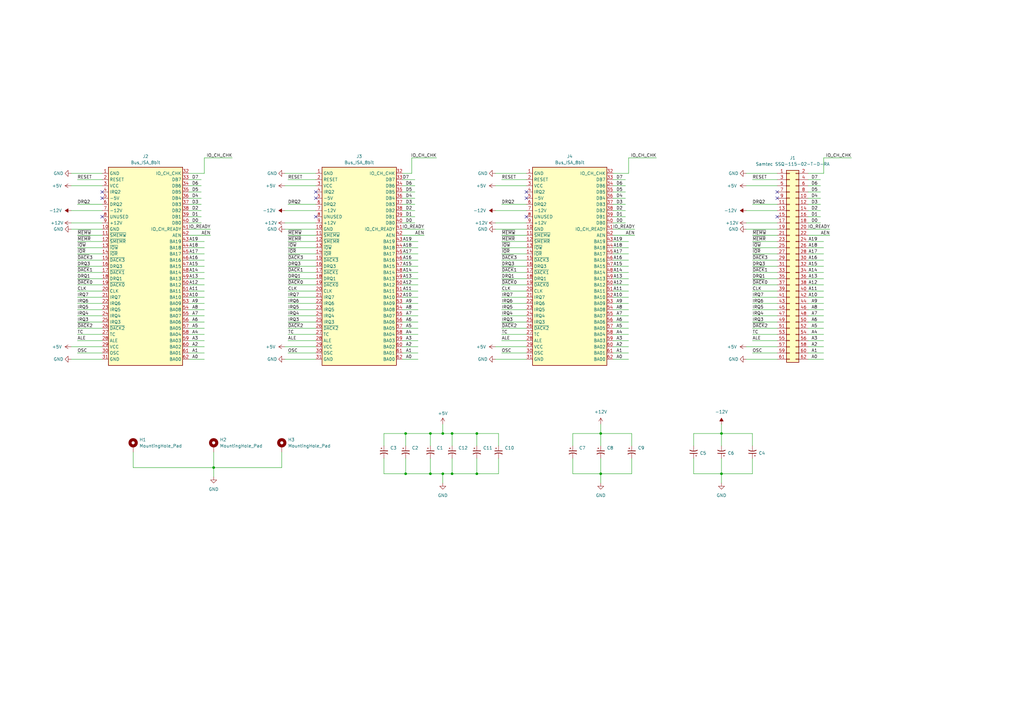
<source format=kicad_sch>
(kicad_sch (version 20231120) (generator "eeschema") (generator_version "8.0")
  (paper "A3")
  (lib_symbols
    (symbol "Connector_Generic:Conn_02x31_Odd_Even" (pin_names (offset 1.016) hide)
      (property "Reference" "J" (at 1.27 40.64 0))
      (property "Value" "Conn_02x31_Odd_Even" (at 1.27 -40.64 0))
      (symbol "Conn_02x31_Odd_Even_1_1"
        (pin passive line (at -5.08 38.1 0) (length 3.81) (name "Pin_1") (number "1"))
        (pin passive line (at 7.62 27.94 180) (length 3.81) (name "Pin_10") (number "10"))
        (pin passive line (at -5.08 25.4 0) (length 3.81) (name "Pin_11") (number "11"))
        (pin passive line (at 7.62 25.4 180) (length 3.81) (name "Pin_12") (number "12"))
        (pin passive line (at -5.08 22.86 0) (length 3.81) (name "Pin_13") (number "13"))
        (pin passive line (at 7.62 22.86 180) (length 3.81) (name "Pin_14") (number "14"))
        (pin passive line (at -5.08 20.32 0) (length 3.81) (name "Pin_15") (number "15"))
        (pin passive line (at 7.62 20.32 180) (length 3.81) (name "Pin_16") (number "16"))
        (pin passive line (at -5.08 17.78 0) (length 3.81) (name "Pin_17") (number "17"))
        (pin passive line (at 7.62 17.78 180) (length 3.81) (name "Pin_18") (number "18"))
        (pin passive line (at -5.08 15.24 0) (length 3.81) (name "Pin_19") (number "19"))
        (pin passive line (at 7.62 38.1 180) (length 3.81) (name "Pin_2") (number "2"))
        (pin passive line (at 7.62 15.24 180) (length 3.81) (name "Pin_20") (number "20"))
        (pin passive line (at -5.08 12.7 0) (length 3.81) (name "Pin_21") (number "21"))
        (pin passive line (at 7.62 12.7 180) (length 3.81) (name "Pin_22") (number "22"))
        (pin passive line (at -5.08 10.16 0) (length 3.81) (name "Pin_23") (number "23"))
        (pin passive line (at 7.62 10.16 180) (length 3.81) (name "Pin_24") (number "24"))
        (pin passive line (at -5.08 7.62 0) (length 3.81) (name "Pin_25") (number "25"))
        (pin passive line (at 7.62 7.62 180) (length 3.81) (name "Pin_26") (number "26"))
        (pin passive line (at -5.08 5.08 0) (length 3.81) (name "Pin_27") (number "27"))
        (pin passive line (at 7.62 5.08 180) (length 3.81) (name "Pin_28") (number "28"))
        (pin passive line (at -5.08 2.54 0) (length 3.81) (name "Pin_29") (number "29"))
        (pin passive line (at -5.08 35.56 0) (length 3.81) (name "Pin_3") (number "3"))
        (pin passive line (at 7.62 2.54 180) (length 3.81) (name "Pin_30") (number "30"))
        (pin passive line (at -5.08 0 0) (length 3.81) (name "Pin_31") (number "31"))
        (pin passive line (at 7.62 0 180) (length 3.81) (name "Pin_32") (number "32"))
        (pin passive line (at -5.08 -2.54 0) (length 3.81) (name "Pin_33") (number "33"))
        (pin passive line (at 7.62 -2.54 180) (length 3.81) (name "Pin_34") (number "34"))
        (pin passive line (at -5.08 -5.08 0) (length 3.81) (name "Pin_35") (number "35"))
        (pin passive line (at 7.62 -5.08 180) (length 3.81) (name "Pin_36") (number "36"))
        (pin passive line (at -5.08 -7.62 0) (length 3.81) (name "Pin_37") (number "37"))
        (pin passive line (at 7.62 -7.62 180) (length 3.81) (name "Pin_38") (number "38"))
        (pin passive line (at -5.08 -10.16 0) (length 3.81) (name "Pin_39") (number "39"))
        (pin passive line (at 7.62 35.56 180) (length 3.81) (name "Pin_4") (number "4"))
        (pin passive line (at 7.62 -10.16 180) (length 3.81) (name "Pin_40") (number "40"))
        (pin passive line (at -5.08 -12.7 0) (length 3.81) (name "Pin_41") (number "41"))
        (pin passive line (at 7.62 -12.7 180) (length 3.81) (name "Pin_42") (number "42"))
        (pin passive line (at -5.08 -15.24 0) (length 3.81) (name "Pin_43") (number "43"))
        (pin passive line (at 7.62 -15.24 180) (length 3.81) (name "Pin_44") (number "44"))
        (pin passive line (at -5.08 -17.78 0) (length 3.81) (name "Pin_45") (number "45"))
        (pin passive line (at 7.62 -17.78 180) (length 3.81) (name "Pin_46") (number "46"))
        (pin passive line (at -5.08 -20.32 0) (length 3.81) (name "Pin_47") (number "47"))
        (pin passive line (at 7.62 -20.32 180) (length 3.81) (name "Pin_48") (number "48"))
        (pin passive line (at -5.08 -22.86 0) (length 3.81) (name "Pin_49") (number "49"))
        (pin passive line (at -5.08 33.02 0) (length 3.81) (name "Pin_5") (number "5"))
        (pin passive line (at 7.62 -22.86 180) (length 3.81) (name "Pin_50") (number "50"))
        (pin passive line (at -5.08 -25.4 0) (length 3.81) (name "Pin_51") (number "51"))
        (pin passive line (at 7.62 -25.4 180) (length 3.81) (name "Pin_52") (number "52"))
        (pin passive line (at -5.08 -27.94 0) (length 3.81) (name "Pin_53") (number "53"))
        (pin passive line (at 7.62 -27.94 180) (length 3.81) (name "Pin_54") (number "54"))
        (pin passive line (at -5.08 -30.48 0) (length 3.81) (name "Pin_55") (number "55"))
        (pin passive line (at 7.62 -30.48 180) (length 3.81) (name "Pin_56") (number "56"))
        (pin passive line (at -5.08 -33.02 0) (length 3.81) (name "Pin_57") (number "57"))
        (pin passive line (at 7.62 -33.02 180) (length 3.81) (name "Pin_58") (number "58"))
        (pin passive line (at -5.08 -35.56 0) (length 3.81) (name "Pin_59") (number "59"))
        (pin passive line (at 7.62 33.02 180) (length 3.81) (name "Pin_6") (number "6"))
        (pin passive line (at 7.62 -35.56 180) (length 3.81) (name "Pin_60") (number "60"))
        (pin passive line (at -5.08 -38.1 0) (length 3.81) (name "Pin_61") (number "61"))
        (pin passive line (at 7.62 -38.1 180) (length 3.81) (name "Pin_62") (number "62"))
        (pin passive line (at -5.08 30.48 0) (length 3.81) (name "Pin_7") (number "7"))
        (pin passive line (at 7.62 30.48 180) (length 3.81) (name "Pin_8") (number "8"))
        (pin passive line (at -5.08 27.94 0) (length 3.81) (name "Pin_9") (number "9"))
      )
    )
    (symbol "Custom:Bus_ISA_8bit_Host"
      (property "Reference" "J" (at 0 42.545 0))
      (property "Value" "Bus_ISA_8bit_Host" (at 0 -42.545 0))
      (symbol "Bus_ISA_8bit_Host_1_1"
        (pin power_in line (at -17.78 38.1 0) (length 2.54) (name "GND") (number "1"))
        (pin power_in line (at -17.78 15.24 0) (length 2.54) (name "GND") (number "10"))
        (pin input line (at -17.78 12.7 0) (length 2.54) (name "~{SMEMW}") (number "11"))
        (pin input line (at -17.78 10.16 0) (length 2.54) (name "~{SMEMR}") (number "12"))
        (pin input line (at -17.78 7.62 0) (length 2.54) (name "~{IOW}") (number "13"))
        (pin input line (at -17.78 5.08 0) (length 2.54) (name "~{IOR}") (number "14"))
        (pin input line (at -17.78 2.54 0) (length 2.54) (name "~{DACK3}") (number "15"))
        (pin tri_state line (at -17.78 0 0) (length 2.54) (name "DRQ3") (number "16"))
        (pin input line (at -17.78 -2.54 0) (length 2.54) (name "~{DACK1}") (number "17"))
        (pin tri_state line (at -17.78 -5.08 0) (length 2.54) (name "DRQ1") (number "18"))
        (pin input line (at -17.78 -7.62 0) (length 2.54) (name "~{DACK0}") (number "19"))
        (pin input line (at -17.78 35.56 0) (length 2.54) (name "RESET") (number "2"))
        (pin input line (at -17.78 -10.16 0) (length 2.54) (name "CLK") (number "20"))
        (pin tri_state line (at -17.78 -12.7 0) (length 2.54) (name "IRQ7") (number "21"))
        (pin tri_state line (at -17.78 -15.24 0) (length 2.54) (name "IRQ6") (number "22"))
        (pin tri_state line (at -17.78 -17.78 0) (length 2.54) (name "IRQ5") (number "23"))
        (pin tri_state line (at -17.78 -20.32 0) (length 2.54) (name "IRQ4") (number "24"))
        (pin tri_state line (at -17.78 -22.86 0) (length 2.54) (name "IRQ3") (number "25"))
        (pin input line (at -17.78 -25.4 0) (length 2.54) (name "~{DACK2}") (number "26"))
        (pin input line (at -17.78 -27.94 0) (length 2.54) (name "TC") (number "27"))
        (pin input line (at -17.78 -30.48 0) (length 2.54) (name "ALE") (number "28"))
        (pin power_in line (at -17.78 -33.02 0) (length 2.54) (name "VCC") (number "29"))
        (pin power_in line (at -17.78 33.02 0) (length 2.54) (name "VCC") (number "3"))
        (pin input line (at -17.78 -35.56 0) (length 2.54) (name "OSC") (number "30"))
        (pin power_in line (at -17.78 -38.1 0) (length 2.54) (name "GND") (number "31"))
        (pin tri_state line (at 17.78 38.1 180) (length 2.54) (name "IO_CH_CHK") (number "32"))
        (pin tri_state line (at 17.78 35.56 180) (length 2.54) (name "DB7") (number "33"))
        (pin tri_state line (at 17.78 33.02 180) (length 2.54) (name "DB6") (number "34"))
        (pin tri_state line (at 17.78 30.48 180) (length 2.54) (name "DB5") (number "35"))
        (pin tri_state line (at 17.78 27.94 180) (length 2.54) (name "DB4") (number "36"))
        (pin tri_state line (at 17.78 25.4 180) (length 2.54) (name "DB3") (number "37"))
        (pin tri_state line (at 17.78 22.86 180) (length 2.54) (name "DB2") (number "38"))
        (pin tri_state line (at 17.78 20.32 180) (length 2.54) (name "DB1") (number "39"))
        (pin tri_state line (at -17.78 30.48 0) (length 2.54) (name "IRQ2") (number "4"))
        (pin tri_state line (at 17.78 17.78 180) (length 2.54) (name "DB0") (number "40"))
        (pin tri_state line (at 17.78 15.24 180) (length 2.54) (name "IO_CH_READY") (number "41"))
        (pin input line (at 17.78 12.7 180) (length 2.54) (name "AEN") (number "42"))
        (pin tri_state line (at 17.78 10.16 180) (length 2.54) (name "BA19") (number "43"))
        (pin tri_state line (at 17.78 7.62 180) (length 2.54) (name "BA18") (number "44"))
        (pin tri_state line (at 17.78 5.08 180) (length 2.54) (name "BA17") (number "45"))
        (pin tri_state line (at 17.78 2.54 180) (length 2.54) (name "BA16") (number "46"))
        (pin tri_state line (at 17.78 0 180) (length 2.54) (name "BA15") (number "47"))
        (pin tri_state line (at 17.78 -2.54 180) (length 2.54) (name "BA14") (number "48"))
        (pin tri_state line (at 17.78 -5.08 180) (length 2.54) (name "BA13") (number "49"))
        (pin power_in line (at -17.78 27.94 0) (length 2.54) (name "-5V") (number "5"))
        (pin tri_state line (at 17.78 -7.62 180) (length 2.54) (name "BA12") (number "50"))
        (pin tri_state line (at 17.78 -10.16 180) (length 2.54) (name "BA11") (number "51"))
        (pin tri_state line (at 17.78 -12.7 180) (length 2.54) (name "BA10") (number "52"))
        (pin tri_state line (at 17.78 -15.24 180) (length 2.54) (name "BA09") (number "53"))
        (pin tri_state line (at 17.78 -17.78 180) (length 2.54) (name "BA08") (number "54"))
        (pin tri_state line (at 17.78 -20.32 180) (length 2.54) (name "BA07") (number "55"))
        (pin tri_state line (at 17.78 -22.86 180) (length 2.54) (name "BA06") (number "56"))
        (pin tri_state line (at 17.78 -25.4 180) (length 2.54) (name "BA05") (number "57"))
        (pin tri_state line (at 17.78 -27.94 180) (length 2.54) (name "BA04") (number "58"))
        (pin tri_state line (at 17.78 -30.48 180) (length 2.54) (name "BA03") (number "59"))
        (pin tri_state line (at -17.78 25.4 0) (length 2.54) (name "DRQ2") (number "6"))
        (pin tri_state line (at 17.78 -33.02 180) (length 2.54) (name "BA02") (number "60"))
        (pin tri_state line (at 17.78 -35.56 180) (length 2.54) (name "BA01") (number "61"))
        (pin tri_state line (at 17.78 -38.1 180) (length 2.54) (name "BA00") (number "62"))
        (pin power_in line (at -17.78 22.86 0) (length 2.54) (name "-12V") (number "7"))
        (pin passive line (at -17.78 20.32 0) (length 2.54) (name "UNUSED") (number "8"))
        (pin power_in line (at -17.78 17.78 0) (length 2.54) (name "+12V") (number "9"))
      )
    )
    (symbol "Device:C_Polarized_Small_US" (pin_numbers hide) (pin_names (offset 0.254) hide)
      (property "Reference" "C" (at 0.254 1.778 0))
      (property "Value" "C_Polarized_Small_US" (at 0.254 -2.032 0))
      (symbol "C_Polarized_Small_US_1_1"
        (pin passive line (at 0 2.54 270) (length 2.032) (name "~") (number "1"))
        (pin passive line (at 0 -2.54 90) (length 2.032) (name "~") (number "2"))
      )
    )
    (symbol "Mechanical:MountingHole_Pad" (pin_numbers hide) (pin_names (offset 1.016) hide) (exclude_from_sim yes) (in_bom no)
      (property "Reference" "H" (at 0 6.35 0))
      (property "Value" "MountingHole_Pad" (at 0 4.445 0))
      (symbol "MountingHole_Pad_1_1"
        (pin input line (at 0 -2.54 90) (length 2.54) (name "1") (number "1"))
      )
    )
    (symbol "power:+12V" (power) (pin_names (offset 0))
      (property "Value" "+12V" (at 0 3.556 0))
      (symbol "+12V_1_1"
        (pin power_in line (at 0 0 90) (length 0) hide (name "+12V") (number "1"))
      )
    )
    (symbol "power:+5V" (power) (pin_names (offset 0))
      (property "Value" "+5V" (at 0 3.556 0))
      (symbol "+5V_1_1"
        (pin power_in line (at 0 0 90) (length 0) hide (name "+5V") (number "1"))
      )
    )
    (symbol "power:-12V" (power) (pin_names (offset 0))
      (property "Value" "-12V" (at 0 3.81 0))
      (symbol "-12V_0_0"
        (pin power_in line (at 0 0 90) (length 0) hide (name "-12V") (number "1"))
      )
    )
    (symbol "power:GND" (power) (pin_names (offset 0))
      (property "Value" "GND" (at 0 -3.81 0))
      (symbol "GND_1_1"
        (pin power_in line (at 0 0 270) (length 0) hide (name "GND") (number "1"))
      )
    )
  )
  (junction (at 181.61 194.31))
  (junction (at 246.38 177.8))
  (junction (at 181.61 177.8))
  (junction (at 295.91 194.31))
  (junction (at 295.91 177.8))
  (junction (at 185.42 194.31))
  (junction (at 246.38 194.31))
  (junction (at 87.63 191.77))
  (junction (at 166.37 177.8))
  (junction (at 185.42 177.8))
  (junction (at 195.58 177.8))
  (junction (at 176.53 177.8))
  (junction (at 195.58 194.31))
  (junction (at 176.53 194.31))
  (junction (at 166.37 194.31))
  (no_connect (at 129.54 78.74))
  (no_connect (at 41.91 88.9))
  (no_connect (at 41.91 78.74))
  (no_connect (at 41.91 81.28))
  (no_connect (at 215.9 78.74))
  (no_connect (at 129.54 88.9))
  (no_connect (at 318.77 88.9))
  (no_connect (at 318.77 78.74))
  (no_connect (at 318.77 81.28))
  (no_connect (at 215.9 88.9))
  (no_connect (at 215.9 81.28))
  (no_connect (at 129.54 81.28))
  (wire (pts (xy 157.48 194.31) (xy 166.37 194.31)))
  (wire (pts (xy 31.75 116.84) (xy 41.91 116.84)))
  (wire (pts (xy 165.1 83.82) (xy 170.18 83.82)))
  (wire (pts (xy 171.45 147.32) (xy 165.1 147.32)))
  (wire (pts (xy 195.58 177.8) (xy 204.47 177.8)))
  (wire (pts (xy 308.61 111.76) (xy 318.77 111.76)))
  (wire (pts (xy 308.61 101.6) (xy 318.77 101.6)))
  (wire (pts (xy 203.2 76.2) (xy 215.9 76.2)))
  (wire (pts (xy 168.91 71.12) (xy 165.1 71.12)))
  (wire (pts (xy 257.81 124.46) (xy 251.46 124.46)))
  (wire (pts (xy 308.61 83.82) (xy 318.77 83.82)))
  (wire (pts (xy 234.95 187.96) (xy 234.95 194.31)))
  (wire (pts (xy 83.82 106.68) (xy 77.47 106.68)))
  (wire (pts (xy 83.82 64.77) (xy 95.25 64.77)))
  (wire (pts (xy 54.61 191.77) (xy 87.63 191.77)))
  (wire (pts (xy 308.61 116.84) (xy 318.77 116.84)))
  (wire (pts (xy 171.45 137.16) (xy 165.1 137.16)))
  (wire (pts (xy 308.61 73.66) (xy 318.77 73.66)))
  (wire (pts (xy 171.45 99.06) (xy 165.1 99.06)))
  (wire (pts (xy 337.82 116.84) (xy 331.47 116.84)))
  (wire (pts (xy 251.46 88.9) (xy 256.54 88.9)))
  (wire (pts (xy 251.46 78.74) (xy 256.54 78.74)))
  (wire (pts (xy 171.45 109.22) (xy 165.1 109.22)))
  (wire (pts (xy 331.47 73.66) (xy 336.55 73.66)))
  (wire (pts (xy 157.48 182.88) (xy 157.48 177.8)))
  (wire (pts (xy 83.82 134.62) (xy 77.47 134.62)))
  (wire (pts (xy 205.74 96.52) (xy 215.9 96.52)))
  (wire (pts (xy 205.74 104.14) (xy 215.9 104.14)))
  (wire (pts (xy 31.75 109.22) (xy 41.91 109.22)))
  (wire (pts (xy 308.61 127) (xy 318.77 127)))
  (wire (pts (xy 246.38 187.96) (xy 246.38 194.31)))
  (wire (pts (xy 118.11 73.66) (xy 129.54 73.66)))
  (wire (pts (xy 331.47 86.36) (xy 336.55 86.36)))
  (wire (pts (xy 337.82 147.32) (xy 331.47 147.32)))
  (wire (pts (xy 118.11 119.38) (xy 129.54 119.38)))
  (wire (pts (xy 257.81 101.6) (xy 251.46 101.6)))
  (wire (pts (xy 205.74 116.84) (xy 215.9 116.84)))
  (wire (pts (xy 308.61 134.62) (xy 318.77 134.62)))
  (wire (pts (xy 165.1 78.74) (xy 170.18 78.74)))
  (wire (pts (xy 87.63 191.77) (xy 87.63 185.42)))
  (wire (pts (xy 205.74 119.38) (xy 215.9 119.38)))
  (wire (pts (xy 295.91 182.88) (xy 295.91 177.8)))
  (wire (pts (xy 205.74 121.92) (xy 215.9 121.92)))
  (wire (pts (xy 257.81 137.16) (xy 251.46 137.16)))
  (wire (pts (xy 116.84 142.24) (xy 129.54 142.24)))
  (wire (pts (xy 118.11 114.3) (xy 129.54 114.3)))
  (wire (pts (xy 306.07 142.24) (xy 318.77 142.24)))
  (wire (pts (xy 251.46 81.28) (xy 256.54 81.28)))
  (wire (pts (xy 83.82 114.3) (xy 77.47 114.3)))
  (wire (pts (xy 257.81 119.38) (xy 251.46 119.38)))
  (wire (pts (xy 171.45 111.76) (xy 165.1 111.76)))
  (wire (pts (xy 165.1 81.28) (xy 170.18 81.28)))
  (wire (pts (xy 165.1 76.2) (xy 170.18 76.2)))
  (wire (pts (xy 295.91 194.31) (xy 295.91 198.12)))
  (wire (pts (xy 83.82 147.32) (xy 77.47 147.32)))
  (wire (pts (xy 166.37 194.31) (xy 176.53 194.31)))
  (wire (pts (xy 118.11 106.68) (xy 129.54 106.68)))
  (wire (pts (xy 337.82 101.6) (xy 331.47 101.6)))
  (wire (pts (xy 83.82 127) (xy 77.47 127)))
  (wire (pts (xy 83.82 104.14) (xy 77.47 104.14)))
  (wire (pts (xy 331.47 76.2) (xy 336.55 76.2)))
  (wire (pts (xy 234.95 177.8) (xy 246.38 177.8)))
  (wire (pts (xy 31.75 139.7) (xy 41.91 139.7)))
  (wire (pts (xy 257.81 127) (xy 251.46 127)))
  (wire (pts (xy 246.38 173.99) (xy 246.38 177.8)))
  (wire (pts (xy 308.61 132.08) (xy 318.77 132.08)))
  (wire (pts (xy 171.45 114.3) (xy 165.1 114.3)))
  (wire (pts (xy 308.61 137.16) (xy 318.77 137.16)))
  (wire (pts (xy 337.82 137.16) (xy 331.47 137.16)))
  (wire (pts (xy 306.07 86.36) (xy 318.77 86.36)))
  (wire (pts (xy 257.81 114.3) (xy 251.46 114.3)))
  (wire (pts (xy 205.74 83.82) (xy 215.9 83.82)))
  (wire (pts (xy 118.11 99.06) (xy 129.54 99.06)))
  (wire (pts (xy 118.11 132.08) (xy 129.54 132.08)))
  (wire (pts (xy 295.91 194.31) (xy 308.61 194.31)))
  (wire (pts (xy 337.82 142.24) (xy 331.47 142.24)))
  (wire (pts (xy 31.75 83.82) (xy 41.91 83.82)))
  (wire (pts (xy 257.81 134.62) (xy 251.46 134.62)))
  (wire (pts (xy 257.81 142.24) (xy 251.46 142.24)))
  (wire (pts (xy 295.91 177.8) (xy 308.61 177.8)))
  (wire (pts (xy 77.47 96.52) (xy 86.36 96.52)))
  (wire (pts (xy 257.81 132.08) (xy 251.46 132.08)))
  (wire (pts (xy 116.84 147.32) (xy 129.54 147.32)))
  (wire (pts (xy 234.95 194.31) (xy 246.38 194.31)))
  (wire (pts (xy 331.47 93.98) (xy 340.36 93.98)))
  (wire (pts (xy 205.74 139.7) (xy 215.9 139.7)))
  (wire (pts (xy 181.61 173.99) (xy 181.61 177.8)))
  (wire (pts (xy 118.11 124.46) (xy 129.54 124.46)))
  (wire (pts (xy 118.11 139.7) (xy 129.54 139.7)))
  (wire (pts (xy 257.81 64.77) (xy 269.24 64.77)))
  (wire (pts (xy 165.1 93.98) (xy 173.99 93.98)))
  (wire (pts (xy 257.81 104.14) (xy 251.46 104.14)))
  (wire (pts (xy 171.45 119.38) (xy 165.1 119.38)))
  (wire (pts (xy 83.82 137.16) (xy 77.47 137.16)))
  (wire (pts (xy 116.84 76.2) (xy 129.54 76.2)))
  (wire (pts (xy 83.82 121.92) (xy 77.47 121.92)))
  (wire (pts (xy 308.61 124.46) (xy 318.77 124.46)))
  (wire (pts (xy 337.82 99.06) (xy 331.47 99.06)))
  (wire (pts (xy 308.61 129.54) (xy 318.77 129.54)))
  (wire (pts (xy 118.11 116.84) (xy 129.54 116.84)))
  (wire (pts (xy 166.37 182.88) (xy 166.37 177.8)))
  (wire (pts (xy 176.53 182.88) (xy 176.53 177.8)))
  (wire (pts (xy 203.2 71.12) (xy 215.9 71.12)))
  (wire (pts (xy 205.74 109.22) (xy 215.9 109.22)))
  (wire (pts (xy 31.75 114.3) (xy 41.91 114.3)))
  (wire (pts (xy 31.75 119.38) (xy 41.91 119.38)))
  (wire (pts (xy 29.21 147.32) (xy 41.91 147.32)))
  (wire (pts (xy 337.82 106.68) (xy 331.47 106.68)))
  (wire (pts (xy 31.75 124.46) (xy 41.91 124.46)))
  (wire (pts (xy 157.48 187.96) (xy 157.48 194.31)))
  (wire (pts (xy 251.46 96.52) (xy 260.35 96.52)))
  (wire (pts (xy 29.21 93.98) (xy 41.91 93.98)))
  (wire (pts (xy 337.82 119.38) (xy 331.47 119.38)))
  (wire (pts (xy 118.11 127) (xy 129.54 127)))
  (wire (pts (xy 185.42 182.88) (xy 185.42 177.8)))
  (wire (pts (xy 257.81 121.92) (xy 251.46 121.92)))
  (wire (pts (xy 77.47 93.98) (xy 86.36 93.98)))
  (wire (pts (xy 251.46 93.98) (xy 260.35 93.98)))
  (wire (pts (xy 204.47 187.96) (xy 204.47 194.31)))
  (wire (pts (xy 308.61 119.38) (xy 318.77 119.38)))
  (wire (pts (xy 246.38 194.31) (xy 259.08 194.31)))
  (wire (pts (xy 83.82 124.46) (xy 77.47 124.46)))
  (wire (pts (xy 83.82 119.38) (xy 77.47 119.38)))
  (wire (pts (xy 246.38 194.31) (xy 246.38 198.12)))
  (wire (pts (xy 118.11 104.14) (xy 129.54 104.14)))
  (wire (pts (xy 118.11 109.22) (xy 129.54 109.22)))
  (wire (pts (xy 87.63 191.77) (xy 87.63 195.58)))
  (wire (pts (xy 185.42 177.8) (xy 195.58 177.8)))
  (wire (pts (xy 205.74 134.62) (xy 215.9 134.62)))
  (wire (pts (xy 83.82 116.84) (xy 77.47 116.84)))
  (wire (pts (xy 251.46 91.44) (xy 256.54 91.44)))
  (wire (pts (xy 185.42 194.31) (xy 195.58 194.31)))
  (wire (pts (xy 77.47 86.36) (xy 82.55 86.36)))
  (wire (pts (xy 171.45 116.84) (xy 165.1 116.84)))
  (wire (pts (xy 165.1 86.36) (xy 170.18 86.36)))
  (wire (pts (xy 31.75 132.08) (xy 41.91 132.08)))
  (wire (pts (xy 83.82 139.7) (xy 77.47 139.7)))
  (wire (pts (xy 77.47 88.9) (xy 82.55 88.9)))
  (wire (pts (xy 251.46 73.66) (xy 256.54 73.66)))
  (wire (pts (xy 87.63 191.77) (xy 115.57 191.77)))
  (wire (pts (xy 176.53 194.31) (xy 181.61 194.31)))
  (wire (pts (xy 306.07 91.44) (xy 318.77 91.44)))
  (wire (pts (xy 306.07 76.2) (xy 318.77 76.2)))
  (wire (pts (xy 205.74 137.16) (xy 215.9 137.16)))
  (wire (pts (xy 31.75 99.06) (xy 41.91 99.06)))
  (wire (pts (xy 337.82 139.7) (xy 331.47 139.7)))
  (wire (pts (xy 116.84 86.36) (xy 129.54 86.36)))
  (wire (pts (xy 205.74 127) (xy 215.9 127)))
  (wire (pts (xy 308.61 104.14) (xy 318.77 104.14)))
  (wire (pts (xy 77.47 78.74) (xy 82.55 78.74)))
  (wire (pts (xy 295.91 187.96) (xy 295.91 194.31)))
  (wire (pts (xy 31.75 96.52) (xy 41.91 96.52)))
  (wire (pts (xy 29.21 76.2) (xy 41.91 76.2)))
  (wire (pts (xy 205.74 73.66) (xy 215.9 73.66)))
  (wire (pts (xy 83.82 111.76) (xy 77.47 111.76)))
  (wire (pts (xy 77.47 91.44) (xy 82.55 91.44)))
  (wire (pts (xy 181.61 194.31) (xy 185.42 194.31)))
  (wire (pts (xy 171.45 104.14) (xy 165.1 104.14)))
  (wire (pts (xy 205.74 106.68) (xy 215.9 106.68)))
  (wire (pts (xy 308.61 139.7) (xy 318.77 139.7)))
  (wire (pts (xy 83.82 64.77) (xy 83.82 71.12)))
  (wire (pts (xy 306.07 147.32) (xy 318.77 147.32)))
  (wire (pts (xy 308.61 114.3) (xy 318.77 114.3)))
  (wire (pts (xy 83.82 101.6) (xy 77.47 101.6)))
  (wire (pts (xy 83.82 129.54) (xy 77.47 129.54)))
  (wire (pts (xy 115.57 191.77) (xy 115.57 185.42)))
  (wire (pts (xy 251.46 83.82) (xy 256.54 83.82)))
  (wire (pts (xy 246.38 177.8) (xy 259.08 177.8)))
  (wire (pts (xy 157.48 177.8) (xy 166.37 177.8)))
  (wire (pts (xy 337.82 104.14) (xy 331.47 104.14)))
  (wire (pts (xy 203.2 93.98) (xy 215.9 93.98)))
  (wire (pts (xy 171.45 144.78) (xy 165.1 144.78)))
  (wire (pts (xy 205.74 101.6) (xy 215.9 101.6)))
  (wire (pts (xy 259.08 182.88) (xy 259.08 177.8)))
  (wire (pts (xy 337.82 124.46) (xy 331.47 124.46)))
  (wire (pts (xy 31.75 101.6) (xy 41.91 101.6)))
  (wire (pts (xy 337.82 121.92) (xy 331.47 121.92)))
  (wire (pts (xy 331.47 96.52) (xy 340.36 96.52)))
  (wire (pts (xy 337.82 129.54) (xy 331.47 129.54)))
  (wire (pts (xy 205.74 111.76) (xy 215.9 111.76)))
  (wire (pts (xy 31.75 106.68) (xy 41.91 106.68)))
  (wire (pts (xy 308.61 121.92) (xy 318.77 121.92)))
  (wire (pts (xy 118.11 129.54) (xy 129.54 129.54)))
  (wire (pts (xy 118.11 137.16) (xy 129.54 137.16)))
  (wire (pts (xy 337.82 109.22) (xy 331.47 109.22)))
  (wire (pts (xy 251.46 86.36) (xy 256.54 86.36)))
  (wire (pts (xy 166.37 177.8) (xy 176.53 177.8)))
  (wire (pts (xy 205.74 132.08) (xy 215.9 132.08)))
  (wire (pts (xy 205.74 124.46) (xy 215.9 124.46)))
  (wire (pts (xy 116.84 93.98) (xy 129.54 93.98)))
  (wire (pts (xy 168.91 64.77) (xy 179.07 64.77)))
  (wire (pts (xy 77.47 76.2) (xy 82.55 76.2)))
  (wire (pts (xy 77.47 73.66) (xy 82.55 73.66)))
  (wire (pts (xy 165.1 88.9) (xy 170.18 88.9)))
  (wire (pts (xy 31.75 134.62) (xy 41.91 134.62)))
  (wire (pts (xy 83.82 142.24) (xy 77.47 142.24)))
  (wire (pts (xy 171.45 132.08) (xy 165.1 132.08)))
  (wire (pts (xy 205.74 129.54) (xy 215.9 129.54)))
  (wire (pts (xy 171.45 127) (xy 165.1 127)))
  (wire (pts (xy 195.58 182.88) (xy 195.58 177.8)))
  (wire (pts (xy 203.2 147.32) (xy 215.9 147.32)))
  (wire (pts (xy 195.58 187.96) (xy 195.58 194.31)))
  (wire (pts (xy 257.81 139.7) (xy 251.46 139.7)))
  (wire (pts (xy 205.74 99.06) (xy 215.9 99.06)))
  (wire (pts (xy 284.48 177.8) (xy 295.91 177.8)))
  (wire (pts (xy 251.46 76.2) (xy 256.54 76.2)))
  (wire (pts (xy 181.61 177.8) (xy 185.42 177.8)))
  (wire (pts (xy 257.81 71.12) (xy 251.46 71.12)))
  (wire (pts (xy 83.82 99.06) (xy 77.47 99.06)))
  (wire (pts (xy 171.45 129.54) (xy 165.1 129.54)))
  (wire (pts (xy 203.2 142.24) (xy 215.9 142.24)))
  (wire (pts (xy 257.81 129.54) (xy 251.46 129.54)))
  (wire (pts (xy 284.48 194.31) (xy 295.91 194.31)))
  (wire (pts (xy 176.53 177.8) (xy 181.61 177.8)))
  (wire (pts (xy 308.61 106.68) (xy 318.77 106.68)))
  (wire (pts (xy 83.82 144.78) (xy 77.47 144.78)))
  (wire (pts (xy 118.11 83.82) (xy 129.54 83.82)))
  (wire (pts (xy 295.91 173.99) (xy 295.91 177.8)))
  (wire (pts (xy 165.1 91.44) (xy 170.18 91.44)))
  (wire (pts (xy 337.82 134.62) (xy 331.47 134.62)))
  (wire (pts (xy 337.82 114.3) (xy 331.47 114.3)))
  (wire (pts (xy 77.47 81.28) (xy 82.55 81.28)))
  (wire (pts (xy 306.07 71.12) (xy 318.77 71.12)))
  (wire (pts (xy 171.45 134.62) (xy 165.1 134.62)))
  (wire (pts (xy 118.11 121.92) (xy 129.54 121.92)))
  (wire (pts (xy 257.81 144.78) (xy 251.46 144.78)))
  (wire (pts (xy 337.82 111.76) (xy 331.47 111.76)))
  (wire (pts (xy 118.11 144.78) (xy 129.54 144.78)))
  (wire (pts (xy 31.75 144.78) (xy 41.91 144.78)))
  (wire (pts (xy 337.82 64.77) (xy 337.82 71.12)))
  (wire (pts (xy 331.47 81.28) (xy 336.55 81.28)))
  (wire (pts (xy 308.61 96.52) (xy 318.77 96.52)))
  (wire (pts (xy 331.47 88.9) (xy 336.55 88.9)))
  (wire (pts (xy 31.75 127) (xy 41.91 127)))
  (wire (pts (xy 205.74 114.3) (xy 215.9 114.3)))
  (wire (pts (xy 165.1 73.66) (xy 170.18 73.66)))
  (wire (pts (xy 337.82 127) (xy 331.47 127)))
  (wire (pts (xy 308.61 109.22) (xy 318.77 109.22)))
  (wire (pts (xy 176.53 187.96) (xy 176.53 194.31)))
  (wire (pts (xy 171.45 139.7) (xy 165.1 139.7)))
  (wire (pts (xy 331.47 91.44) (xy 336.55 91.44)))
  (wire (pts (xy 77.47 83.82) (xy 82.55 83.82)))
  (wire (pts (xy 257.81 147.32) (xy 251.46 147.32)))
  (wire (pts (xy 331.47 83.82) (xy 336.55 83.82)))
  (wire (pts (xy 118.11 96.52) (xy 129.54 96.52)))
  (wire (pts (xy 54.61 185.42) (xy 54.61 191.77)))
  (wire (pts (xy 168.91 64.77) (xy 168.91 71.12)))
  (wire (pts (xy 308.61 187.96) (xy 308.61 194.31)))
  (wire (pts (xy 31.75 73.66) (xy 41.91 73.66)))
  (wire (pts (xy 337.82 64.77) (xy 349.25 64.77)))
  (wire (pts (xy 257.81 111.76) (xy 251.46 111.76)))
  (wire (pts (xy 257.81 99.06) (xy 251.46 99.06)))
  (wire (pts (xy 118.11 101.6) (xy 129.54 101.6)))
  (wire (pts (xy 308.61 182.88) (xy 308.61 177.8)))
  (wire (pts (xy 195.58 194.31) (xy 204.47 194.31)))
  (wire (pts (xy 257.81 106.68) (xy 251.46 106.68)))
  (wire (pts (xy 234.95 182.88) (xy 234.95 177.8)))
  (wire (pts (xy 171.45 142.24) (xy 165.1 142.24)))
  (wire (pts (xy 29.21 71.12) (xy 41.91 71.12)))
  (wire (pts (xy 29.21 86.36) (xy 41.91 86.36)))
  (wire (pts (xy 284.48 187.96) (xy 284.48 194.31)))
  (wire (pts (xy 203.2 91.44) (xy 215.9 91.44)))
  (wire (pts (xy 257.81 64.77) (xy 257.81 71.12)))
  (wire (pts (xy 203.2 86.36) (xy 215.9 86.36)))
  (wire (pts (xy 337.82 71.12) (xy 331.47 71.12)))
  (wire (pts (xy 29.21 91.44) (xy 41.91 91.44)))
  (wire (pts (xy 306.07 93.98) (xy 318.77 93.98)))
  (wire (pts (xy 259.08 187.96) (xy 259.08 194.31)))
  (wire (pts (xy 337.82 132.08) (xy 331.47 132.08)))
  (wire (pts (xy 31.75 129.54) (xy 41.91 129.54)))
  (wire (pts (xy 204.47 182.88) (xy 204.47 177.8)))
  (wire (pts (xy 165.1 96.52) (xy 173.99 96.52)))
  (wire (pts (xy 171.45 124.46) (xy 165.1 124.46)))
  (wire (pts (xy 31.75 111.76) (xy 41.91 111.76)))
  (wire (pts (xy 205.74 144.78) (xy 215.9 144.78)))
  (wire (pts (xy 246.38 182.88) (xy 246.38 177.8)))
  (wire (pts (xy 83.82 132.08) (xy 77.47 132.08)))
  (wire (pts (xy 337.82 144.78) (xy 331.47 144.78)))
  (wire (pts (xy 118.11 111.76) (xy 129.54 111.76)))
  (wire (pts (xy 308.61 99.06) (xy 318.77 99.06)))
  (wire (pts (xy 308.61 144.78) (xy 318.77 144.78)))
  (wire (pts (xy 83.82 71.12) (xy 77.47 71.12)))
  (wire (pts (xy 331.47 78.74) (xy 336.55 78.74)))
  (wire (pts (xy 185.42 187.96) (xy 185.42 194.31)))
  (wire (pts (xy 83.82 109.22) (xy 77.47 109.22)))
  (wire (pts (xy 257.81 109.22) (xy 251.46 109.22)))
  (wire (pts (xy 31.75 121.92) (xy 41.91 121.92)))
  (wire (pts (xy 31.75 137.16) (xy 41.91 137.16)))
  (wire (pts (xy 171.45 101.6) (xy 165.1 101.6)))
  (wire (pts (xy 171.45 106.68) (xy 165.1 106.68)))
  (wire (pts (xy 116.84 91.44) (xy 129.54 91.44)))
  (wire (pts (xy 166.37 187.96) (xy 166.37 194.31)))
  (wire (pts (xy 257.81 116.84) (xy 251.46 116.84)))
  (wire (pts (xy 284.48 182.88) (xy 284.48 177.8)))
  (wire (pts (xy 118.11 134.62) (xy 129.54 134.62)))
  (wire (pts (xy 116.84 71.12) (xy 129.54 71.12)))
  (wire (pts (xy 181.61 194.31) (xy 181.61 198.12)))
  (wire (pts (xy 29.21 142.24) (xy 41.91 142.24)))
  (wire (pts (xy 31.75 104.14) (xy 41.91 104.14)))
  (wire (pts (xy 171.45 121.92) (xy 165.1 121.92)))
  (label "A10" (at 255.27 121.92 180))
  (label "~{DACK}2" (at 31.75 134.62 0))
  (label "A6" (at 168.91 132.08 180))
  (label "ALE" (at 205.74 139.7 0))
  (label "A14" (at 168.91 111.76 180))
  (label "D7" (at 332.74 73.66 0))
  (label "A11" (at 335.28 119.38 180))
  (label "A19" (at 335.28 99.06 180))
  (label "A5" (at 168.91 134.62 180))
  (label "A3" (at 81.28 139.7 180))
  (label "DRQ2" (at 118.11 83.82 0))
  (label "~{DACK}0" (at 118.11 116.84 0))
  (label "IRQ4" (at 31.75 129.54 0))
  (label "RESET" (at 118.11 73.66 0))
  (label "D1" (at 332.74 88.9 0))
  (label "A13" (at 81.28 114.3 180))
  (label "D7" (at 252.73 73.66 0))
  (label "A12" (at 168.91 116.84 180))
  (label "A11" (at 255.27 119.38 180))
  (label "A16" (at 255.27 106.68 180))
  (label "A4" (at 255.27 137.16 180))
  (label "IO_READY" (at 340.36 93.98 180))
  (label "A10" (at 335.28 121.92 180))
  (label "A4" (at 335.28 137.16 180))
  (label "A14" (at 335.28 111.76 180))
  (label "D1" (at 252.73 88.9 0))
  (label "CLK" (at 205.74 119.38 0))
  (label "~{MEMW}" (at 205.74 96.52 0))
  (label "A0" (at 335.28 147.32 180))
  (label "DRQ1" (at 205.74 114.3 0))
  (label "DRQ2" (at 31.75 83.82 0))
  (label "A10" (at 81.28 121.92 180))
  (label "A12" (at 81.28 116.84 180))
  (label "A3" (at 335.28 139.7 180))
  (label "A13" (at 255.27 114.3 180))
  (label "D5" (at 166.37 78.74 0))
  (label "A9" (at 81.28 124.46 180))
  (label "D2" (at 252.73 86.36 0))
  (label "~{IOW}" (at 31.75 101.6 0))
  (label "~{DACK}1" (at 118.11 111.76 0))
  (label "A12" (at 335.28 116.84 180))
  (label "IO_CH_CHK" (at 349.25 64.77 180))
  (label "A17" (at 335.28 104.14 180))
  (label "ALE" (at 308.61 139.7 0))
  (label "A9" (at 255.27 124.46 180))
  (label "D4" (at 78.74 81.28 0))
  (label "IRQ6" (at 308.61 124.46 0))
  (label "A7" (at 255.27 129.54 180))
  (label "~{DACK}3" (at 308.61 106.68 0))
  (label "A5" (at 81.28 134.62 180))
  (label "IRQ7" (at 308.61 121.92 0))
  (label "D0" (at 78.74 91.44 0))
  (label "A8" (at 255.27 127 180))
  (label "IRQ3" (at 118.11 132.08 0))
  (label "A17" (at 81.28 104.14 180))
  (label "A16" (at 81.28 106.68 180))
  (label "A8" (at 81.28 127 180))
  (label "A6" (at 81.28 132.08 180))
  (label "A0" (at 81.28 147.32 180))
  (label "A5" (at 255.27 134.62 180))
  (label "TC" (at 31.75 137.16 0))
  (label "TC" (at 118.11 137.16 0))
  (label "D1" (at 166.37 88.9 0))
  (label "~{IOW}" (at 308.61 101.6 0))
  (label "A19" (at 168.91 99.06 180))
  (label "DRQ3" (at 205.74 109.22 0))
  (label "RESET" (at 205.74 73.66 0))
  (label "A7" (at 81.28 129.54 180))
  (label "IO_CH_CHK" (at 179.07 64.77 180))
  (label "A19" (at 255.27 99.06 180))
  (label "D6" (at 78.74 76.2 0))
  (label "~{MEMR}" (at 31.75 99.06 0))
  (label "~{DACK}2" (at 308.61 134.62 0))
  (label "~{MEMR}" (at 308.61 99.06 0))
  (label "IRQ7" (at 205.74 121.92 0))
  (label "~{DACK}0" (at 308.61 116.84 0))
  (label "D6" (at 332.74 76.2 0))
  (label "A7" (at 335.28 129.54 180))
  (label "D5" (at 332.74 78.74 0))
  (label "AEN" (at 86.36 96.52 180))
  (label "A18" (at 255.27 101.6 180))
  (label "IRQ4" (at 205.74 129.54 0))
  (label "IRQ6" (at 31.75 124.46 0))
  (label "A13" (at 335.28 114.3 180))
  (label "D5" (at 252.73 78.74 0))
  (label "~{IOW}" (at 205.74 101.6 0))
  (label "DRQ2" (at 308.61 83.82 0))
  (label "A5" (at 335.28 134.62 180))
  (label "DRQ3" (at 308.61 109.22 0))
  (label "D0" (at 332.74 91.44 0))
  (label "TC" (at 308.61 137.16 0))
  (label "D0" (at 166.37 91.44 0))
  (label "OSC" (at 308.61 144.78 0))
  (label "A19" (at 81.28 99.06 180))
  (label "OSC" (at 205.74 144.78 0))
  (label "D2" (at 332.74 86.36 0))
  (label "A6" (at 255.27 132.08 180))
  (label "TC" (at 205.74 137.16 0))
  (label "IRQ5" (at 205.74 127 0))
  (label "~{IOR}" (at 31.75 104.14 0))
  (label "DRQ1" (at 31.75 114.3 0))
  (label "CLK" (at 308.61 119.38 0))
  (label "~{MEMW}" (at 118.11 96.52 0))
  (label "D1" (at 78.74 88.9 0))
  (label "IRQ4" (at 118.11 129.54 0))
  (label "IRQ5" (at 308.61 127 0))
  (label "A17" (at 255.27 104.14 180))
  (label "A4" (at 168.91 137.16 180))
  (label "IRQ7" (at 118.11 121.92 0))
  (label "A18" (at 81.28 101.6 180))
  (label "~{IOW}" (at 118.11 101.6 0))
  (label "D4" (at 252.73 81.28 0))
  (label "A18" (at 168.91 101.6 180))
  (label "~{DACK}1" (at 31.75 111.76 0))
  (label "A1" (at 255.27 144.78 180))
  (label "IRQ3" (at 205.74 132.08 0))
  (label "A0" (at 255.27 147.32 180))
  (label "~{MEMW}" (at 31.75 96.52 0))
  (label "IO_READY" (at 260.35 93.98 180))
  (label "IO_CH_CHK" (at 269.24 64.77 180))
  (label "DRQ1" (at 118.11 114.3 0))
  (label "AEN" (at 173.99 96.52 180))
  (label "D0" (at 252.73 91.44 0))
  (label "A10" (at 168.91 121.92 180))
  (label "RESET" (at 308.61 73.66 0))
  (label "ALE" (at 31.75 139.7 0))
  (label "DRQ2" (at 205.74 83.82 0))
  (label "~{DACK}1" (at 308.61 111.76 0))
  (label "A16" (at 168.91 106.68 180))
  (label "A4" (at 81.28 137.16 180))
  (label "~{DACK}1" (at 205.74 111.76 0))
  (label "A15" (at 255.27 109.22 180))
  (label "A12" (at 255.27 116.84 180))
  (label "D5" (at 78.74 78.74 0))
  (label "A3" (at 255.27 139.7 180))
  (label "A2" (at 255.27 142.24 180))
  (label "A9" (at 335.28 124.46 180))
  (label "AEN" (at 340.36 96.52 180))
  (label "OSC" (at 31.75 144.78 0))
  (label "D2" (at 78.74 86.36 0))
  (label "~{MEMR}" (at 118.11 99.06 0))
  (label "~{DACK}2" (at 118.11 134.62 0))
  (label "A7" (at 168.91 129.54 180))
  (label "ALE" (at 118.11 139.7 0))
  (label "A11" (at 168.91 119.38 180))
  (label "D4" (at 166.37 81.28 0))
  (label "A8" (at 335.28 127 180))
  (label "DRQ3" (at 31.75 109.22 0))
  (label "IRQ5" (at 31.75 127 0))
  (label "A18" (at 335.28 101.6 180))
  (label "~{DACK}3" (at 31.75 106.68 0))
  (label "IRQ7" (at 31.75 121.92 0))
  (label "~{IOR}" (at 205.74 104.14 0))
  (label "~{DACK}0" (at 205.74 116.84 0))
  (label "DRQ3" (at 118.11 109.22 0))
  (label "A8" (at 168.91 127 180))
  (label "D3" (at 166.37 83.82 0))
  (label "A17" (at 168.91 104.14 180))
  (label "A14" (at 81.28 111.76 180))
  (label "A15" (at 81.28 109.22 180))
  (label "AEN" (at 260.35 96.52 180))
  (label "~{DACK}2" (at 205.74 134.62 0))
  (label "~{DACK}3" (at 118.11 106.68 0))
  (label "A0" (at 168.91 147.32 180))
  (label "IO_CH_CHK" (at 95.25 64.77 180))
  (label "D6" (at 166.37 76.2 0))
  (label "A3" (at 168.91 139.7 180))
  (label "A1" (at 81.28 144.78 180))
  (label "IO_READY" (at 173.99 93.98 180))
  (label "OSC" (at 118.11 144.78 0))
  (label "IRQ4" (at 308.61 129.54 0))
  (label "~{IOR}" (at 308.61 104.14 0))
  (label "CLK" (at 31.75 119.38 0))
  (label "D7" (at 165.1 73.66 0))
  (label "RESET" (at 31.75 73.66 0))
  (label "~{DACK}0" (at 31.75 116.84 0))
  (label "A2" (at 335.28 142.24 180))
  (label "IRQ3" (at 308.61 132.08 0))
  (label "A2" (at 168.91 142.24 180))
  (label "A6" (at 335.28 132.08 180))
  (label "IRQ6" (at 205.74 124.46 0))
  (label "A16" (at 335.28 106.68 180))
  (label "IRQ6" (at 118.11 124.46 0))
  (label "A1" (at 168.91 144.78 180))
  (label "IRQ5" (at 118.11 127 0))
  (label "D4" (at 332.74 81.28 0))
  (label "~{IOR}" (at 118.11 104.14 0))
  (label "A1" (at 335.28 144.78 180))
  (label "CLK" (at 118.11 119.38 0))
  (label "A13" (at 168.91 114.3 180))
  (label "A14" (at 255.27 111.76 180))
  (label "A15" (at 168.91 109.22 180))
  (label "~{DACK}3" (at 205.74 106.68 0))
  (label "~{MEMW}" (at 308.61 96.52 0))
  (label "IO_READY" (at 86.36 93.98 180))
  (label "~{MEMR}" (at 205.74 99.06 0))
  (label "A2" (at 81.28 142.24 180))
  (label "D3" (at 252.73 83.82 0))
  (label "DRQ1" (at 308.61 114.3 0))
  (label "D2" (at 166.37 86.36 0))
  (label "D3" (at 332.74 83.82 0))
  (label "D7" (at 78.74 73.66 0))
  (label "A11" (at 81.28 119.38 180))
  (label "A9" (at 168.91 124.46 180))
  (label "D6" (at 252.73 76.2 0))
  (label "D3" (at 78.74 83.82 0))
  (label "IRQ3" (at 31.75 132.08 0))
  (label "A15" (at 335.28 109.22 180))
  (symbol (lib_id "power:-12V") (at 29.21 86.36 90) (unit 1)
    (property "Reference" "#PWR016" (effects (hide yes)))
    (property "Value" "-12V" (at 25.4 86.36 90) (effects (justify left)))
  )
  (symbol (lib_id "Device:C_Polarized_Small_US") (at 166.37 185.42 0) (unit 1)
    (property "Reference" "C2" (at 168.91 183.7182 0) (effects (justify left)))
    (property "Value" "10UF 16V 20%" (effects (hide yes)))
    (property "Footprint" "Capacitor_THT:CP_Radial_D5.0mm_P2.50mm" (effects (hide yes)))
    (property "Description" "UZT1E100MCL1GB -- Aluminum Electrolytic Capacitors - SMD 25volts 10uF AEC-Q200  " (effects (hide yes)))
  )
  (symbol (lib_id "power:+5V") (at 116.84 76.2 90) (unit 1)
    (property "Reference" "#PWR012" (effects (hide yes)))
    (property "Value" "+5V" (at 113.03 76.2 90) (effects (justify left)))
  )
  (symbol (lib_id "power:+12V") (at 29.21 91.44 90) (unit 1)
    (property "Reference" "#PWR019" (effects (hide yes)))
    (property "Value" "+12V" (at 26.035 91.44 90) (effects (justify left)))
  )
  (symbol (lib_id "power:GND") (at 295.91 198.12 0) (unit 1)
    (property "Reference" "#PWR04" (effects (hide yes)))
    (property "Value" "GND" (at 295.91 203.2 0))
  )
  (symbol (lib_id "Mechanical:MountingHole_Pad") (at 115.57 182.88 0) (unit 1) (exclude_from_sim yes) (in_bom no)
    (property "Reference" "H3" (at 118.11 180.3399 0) (effects (justify left)))
    (property "Value" "MountingHole_Pad" (at 118.11 182.8799 0) (effects (justify left)))
    (property "Footprint" "MountingHole:MountingHole_4mm_Pad_Via" (effects (hide yes)))
    (property "Description" "Mounting Hole with connection" (effects (hide yes)))
  )
  (symbol (lib_id "power:GND") (at 203.2 71.12 270) (unit 1)
    (property "Reference" "#PWR010" (effects (hide yes)))
    (property "Value" "GND" (at 200.025 71.12 90) (effects (justify right)))
  )
  (symbol (lib_id "power:-12V") (at 116.84 86.36 90) (unit 1)
    (property "Reference" "#PWR017" (effects (hide yes)))
    (property "Value" "-12V" (at 113.03 86.36 90) (effects (justify left)))
  )
  (symbol (lib_id "power:GND") (at 116.84 71.12 270) (unit 1)
    (property "Reference" "#PWR09" (effects (hide yes)))
    (property "Value" "GND" (at 113.665 71.12 90) (effects (justify right)))
  )
  (symbol (lib_id "power:GND") (at 203.2 93.98 270) (unit 1)
    (property "Reference" "#PWR025" (effects (hide yes)))
    (property "Value" "GND" (at 200.025 93.98 90) (effects (justify right)))
  )
  (symbol (lib_id "Custom:Bus_ISA_8bit_Host") (at 59.69 109.22 0) (unit 1)
    (property "Reference" "J2" (at 59.69 64.135 0))
    (property "Value" "Bus_ISA_8bit" (at 59.69 66.675 0))
    (property "Footprint" "SamacSys_Parts:755308430_ISA" (effects (hide yes)))
    (property "Datasheet" "https://en.wikipedia.org/wiki/Industry_Standard_Architecture" (effects (hide yes)))
  )
  (symbol (lib_id "Mechanical:MountingHole_Pad") (at 54.61 182.88 0) (unit 1) (exclude_from_sim yes) (in_bom no)
    (property "Reference" "H1" (at 57.15 180.3399 0) (effects (justify left)))
    (property "Value" "MountingHole_Pad" (at 57.15 182.8799 0) (effects (justify left)))
    (property "Footprint" "MountingHole:MountingHole_4mm_Pad_Via" (effects (hide yes)))
    (property "Description" "Mounting Hole with connection" (effects (hide yes)))
  )
  (symbol (lib_id "power:GND") (at 116.84 147.32 270) (unit 1)
    (property "Reference" "#PWR032" (effects (hide yes)))
    (property "Value" "GND" (at 113.665 147.32 90) (effects (justify right)))
  )
  (symbol (lib_id "power:GND") (at 246.38 198.12 0) (unit 1)
    (property "Reference" "#PWR02" (effects (hide yes)))
    (property "Value" "GND" (at 246.38 203.2 0))
  )
  (symbol (lib_id "power:+5V") (at 29.21 76.2 90) (unit 1)
    (property "Reference" "#PWR011" (effects (hide yes)))
    (property "Value" "+5V" (at 25.4 76.2 90) (effects (justify left)))
  )
  (symbol (lib_id "Device:C_Polarized_Small_US") (at 176.53 185.42 0) (unit 1)
    (property "Reference" "C1" (at 179.07 183.7182 0) (effects (justify left)))
    (property "Value" "10UF 16V 20%" (effects (hide yes)))
    (property "Footprint" "Capacitor_THT:CP_Radial_D5.0mm_P2.50mm" (effects (hide yes)))
    (property "Description" "UZT1E100MCL1GB -- Aluminum Electrolytic Capacitors - SMD 25volts 10uF AEC-Q200  " (effects (hide yes)))
  )
  (symbol (lib_id "Device:C_Polarized_Small_US") (at 295.91 185.42 180) (unit 1)
    (property "Reference" "C6" (at 298.45 185.8517 0) (effects (justify right)))
    (property "Value" "10UF 16V 20%" (effects (hide yes)))
    (property "Footprint" "Capacitor_THT:CP_Radial_D5.0mm_P2.50mm" (effects (hide yes)))
    (property "Description" "UZT1E100MCL1GB -- Aluminum Electrolytic Capacitors - SMD 25volts 10uF AEC-Q200  " (effects (hide yes)))
  )
  (symbol (lib_id "Mechanical:MountingHole_Pad") (at 87.63 182.88 0) (unit 1) (exclude_from_sim yes) (in_bom no)
    (property "Reference" "H2" (at 90.17 180.3399 0) (effects (justify left)))
    (property "Value" "MountingHole_Pad" (at 90.17 182.8799 0) (effects (justify left)))
    (property "Footprint" "MountingHole:MountingHole_4mm_Pad_Via" (effects (hide yes)))
    (property "Description" "Mounting Hole with connection" (effects (hide yes)))
  )
  (symbol (lib_id "power:+12V") (at 116.84 91.44 90) (unit 1)
    (property "Reference" "#PWR020" (effects (hide yes)))
    (property "Value" "+12V" (at 113.665 91.44 90) (effects (justify left)))
  )
  (symbol (lib_id "power:GND") (at 306.07 93.98 270) (unit 1)
    (property "Reference" "#PWR027" (effects (hide yes)))
    (property "Value" "GND" (at 302.895 93.98 90) (effects (justify right)))
  )
  (symbol (lib_id "Device:C_Polarized_Small_US") (at 195.58 185.42 0) (unit 1)
    (property "Reference" "C11" (at 198.12 183.7182 0) (effects (justify left)))
    (property "Value" "10UF 16V 20%" (effects (hide yes)))
    (property "Footprint" "Capacitor_THT:CP_Radial_D5.0mm_P2.50mm" (effects (hide yes)))
    (property "Description" "UZT1E100MCL1GB -- Aluminum Electrolytic Capacitors - SMD 25volts 10uF AEC-Q200  " (effects (hide yes)))
  )
  (symbol (lib_id "power:GND") (at 306.07 71.12 270) (unit 1)
    (property "Reference" "#PWR014" (effects (hide yes)))
    (property "Value" "GND" (at 302.895 71.12 90) (effects (justify right)))
  )
  (symbol (lib_id "power:GND") (at 203.2 147.32 270) (unit 1)
    (property "Reference" "#PWR033" (effects (hide yes)))
    (property "Value" "GND" (at 200.025 147.32 90) (effects (justify right)))
  )
  (symbol (lib_id "Device:C_Polarized_Small_US") (at 284.48 185.42 180) (unit 1)
    (property "Reference" "C5" (at 287.02 185.8517 0) (effects (justify right)))
    (property "Value" "10UF 16V 20%" (effects (hide yes)))
    (property "Footprint" "Capacitor_THT:CP_Radial_D5.0mm_P2.50mm" (effects (hide yes)))
    (property "Description" "UZT1E100MCL1GB -- Aluminum Electrolytic Capacitors - SMD 25volts 10uF AEC-Q200  " (effects (hide yes)))
  )
  (symbol (lib_id "power:-12V") (at 306.07 86.36 90) (unit 1)
    (property "Reference" "#PWR022" (effects (hide yes)))
    (property "Value" "-12V" (at 302.26 86.36 90) (effects (justify left)))
  )
  (symbol (lib_id "Device:C_Polarized_Small_US") (at 204.47 185.42 0) (unit 1)
    (property "Reference" "C10" (at 207.01 183.7182 0) (effects (justify left)))
    (property "Value" "10UF 16V 20%" (effects (hide yes)))
    (property "Footprint" "Capacitor_THT:CP_Radial_D5.0mm_P2.50mm" (effects (hide yes)))
    (property "Description" "UZT1E100MCL1GB -- Aluminum Electrolytic Capacitors - SMD 25volts 10uF AEC-Q200  " (effects (hide yes)))
  )
  (symbol (lib_id "Connector_Generic:Conn_02x31_Odd_Even") (at 323.85 109.22 0) (unit 1)
    (property "Reference" "J1" (at 325.12 64.77 0))
    (property "Value" "Samtec SSQ-115-02-T-D-RA" (at 325.12 67.31 0))
    (property "Footprint" "Connector_PinHeader_2.54mm:PinHeader_2x31_P2.54mm_Horizontal" (effects (hide yes)))
    (property "Description" "Generic connector, double row, 02x31, odd/even pin numbering scheme (row 1 odd numbers, row 2 even numbers), script generated (kicad-library-utils/schlib/autogen/connector/)" (effects (hide yes)))
  )
  (symbol (lib_id "power:+12V") (at 306.07 91.44 90) (unit 1)
    (property "Reference" "#PWR026" (effects (hide yes)))
    (property "Value" "+12V" (at 302.895 91.44 90) (effects (justify left)))
  )
  (symbol (lib_id "power:-12V") (at 203.2 86.36 90) (unit 1)
    (property "Reference" "#PWR018" (effects (hide yes)))
    (property "Value" "-12V" (at 199.39 86.36 90) (effects (justify left)))
  )
  (symbol (lib_id "power:GND") (at 29.21 147.32 270) (unit 1)
    (property "Reference" "#PWR031" (effects (hide yes)))
    (property "Value" "GND" (at 26.035 147.32 90) (effects (justify right)))
  )
  (symbol (lib_id "power:+5V") (at 116.84 142.24 90) (unit 1)
    (property "Reference" "#PWR029" (effects (hide yes)))
    (property "Value" "+5V" (at 113.03 142.24 90) (effects (justify left)))
  )
  (symbol (lib_id "power:GND") (at 87.63 195.58 0) (unit 1)
    (property "Reference" "#PWR05" (effects (hide yes)))
    (property "Value" "GND" (at 87.63 200.66 0))
  )
  (symbol (lib_id "Custom:Bus_ISA_8bit_Host") (at 233.68 109.22 0) (unit 1)
    (property "Reference" "J4" (at 233.68 64.135 0))
    (property "Value" "Bus_ISA_8bit" (at 233.68 66.675 0))
    (property "Footprint" "SamacSys_Parts:755308430_ISA" (effects (hide yes)))
    (property "Datasheet" "https://en.wikipedia.org/wiki/Industry_Standard_Architecture" (effects (hide yes)))
  )
  (symbol (lib_id "power:+5V") (at 306.07 76.2 90) (unit 1)
    (property "Reference" "#PWR015" (effects (hide yes)))
    (property "Value" "+5V" (at 302.26 76.2 90) (effects (justify left)))
  )
  (symbol (lib_id "Device:C_Polarized_Small_US") (at 185.42 185.42 0) (unit 1)
    (property "Reference" "C12" (at 187.96 183.7182 0) (effects (justify left)))
    (property "Value" "10UF 16V 20%" (effects (hide yes)))
    (property "Footprint" "Capacitor_THT:CP_Radial_D5.0mm_P2.50mm" (effects (hide yes)))
    (property "Description" "UZT1E100MCL1GB -- Aluminum Electrolytic Capacitors - SMD 25volts 10uF AEC-Q200  " (effects (hide yes)))
  )
  (symbol (lib_id "Device:C_Polarized_Small_US") (at 259.08 185.42 0) (unit 1)
    (property "Reference" "C9" (at 261.62 183.7182 0) (effects (justify left)))
    (property "Value" "10UF 16V 20%" (effects (hide yes)))
    (property "Footprint" "Capacitor_THT:CP_Radial_D5.0mm_P2.50mm" (effects (hide yes)))
    (property "Description" "UZT1E100MCL1GB -- Aluminum Electrolytic Capacitors - SMD 25volts 10uF AEC-Q200  " (effects (hide yes)))
  )
  (symbol (lib_id "Device:C_Polarized_Small_US") (at 234.95 185.42 0) (unit 1)
    (property "Reference" "C7" (at 237.49 183.7182 0) (effects (justify left)))
    (property "Value" "10UF 16V 20%" (effects (hide yes)))
    (property "Footprint" "Capacitor_THT:CP_Radial_D5.0mm_P2.50mm" (effects (hide yes)))
    (property "Description" "UZT1E100MCL1GB -- Aluminum Electrolytic Capacitors - SMD 25volts 10uF AEC-Q200  " (effects (hide yes)))
  )
  (symbol (lib_id "Device:C_Polarized_Small_US") (at 246.38 185.42 0) (unit 1)
    (property "Reference" "C8" (at 248.92 183.7182 0) (effects (justify left)))
    (property "Value" "10UF 16V 20%" (effects (hide yes)))
    (property "Footprint" "Capacitor_THT:CP_Radial_D5.0mm_P2.50mm" (effects (hide yes)))
    (property "Description" "UZT1E100MCL1GB -- Aluminum Electrolytic Capacitors - SMD 25volts 10uF AEC-Q200  " (effects (hide yes)))
  )
  (symbol (lib_id "power:-12V") (at 295.91 173.99 0) (unit 1)
    (property "Reference" "#PWR03" (effects (hide yes)))
    (property "Value" "-12V" (at 295.91 168.91 0))
  )
  (symbol (lib_id "power:GND") (at 306.07 147.32 270) (unit 1)
    (property "Reference" "#PWR035" (effects (hide yes)))
    (property "Value" "GND" (at 302.895 147.32 90) (effects (justify right)))
  )
  (symbol (lib_id "power:+5V") (at 306.07 142.24 90) (unit 1)
    (property "Reference" "#PWR034" (effects (hide yes)))
    (property "Value" "+5V" (at 302.26 142.24 90) (effects (justify left)))
  )
  (symbol (lib_id "Device:C_Polarized_Small_US") (at 308.61 185.42 180) (unit 1)
    (property "Reference" "C4" (at 311.15 185.8517 0) (effects (justify right)))
    (property "Value" "10UF 16V 20%" (effects (hide yes)))
    (property "Footprint" "Capacitor_THT:CP_Radial_D5.0mm_P2.50mm" (effects (hide yes)))
    (property "Description" "UZT1E100MCL1GB -- Aluminum Electrolytic Capacitors - SMD 25volts 10uF AEC-Q200  " (effects (hide yes)))
  )
  (symbol (lib_id "power:GND") (at 29.21 93.98 270) (unit 1)
    (property "Reference" "#PWR023" (effects (hide yes)))
    (property "Value" "GND" (at 26.035 93.98 90) (effects (justify right)))
  )
  (symbol (lib_id "power:GND") (at 181.61 198.12 0) (unit 1)
    (property "Reference" "#PWR037" (effects (hide yes)))
    (property "Value" "GND" (at 181.61 203.2 0))
  )
  (symbol (lib_id "power:+5V") (at 29.21 142.24 90) (unit 1)
    (property "Reference" "#PWR028" (effects (hide yes)))
    (property "Value" "+5V" (at 25.4 142.24 90) (effects (justify left)))
  )
  (symbol (lib_id "power:+5V") (at 203.2 76.2 90) (unit 1)
    (property "Reference" "#PWR013" (effects (hide yes)))
    (property "Value" "+5V" (at 199.39 76.2 90) (effects (justify left)))
  )
  (symbol (lib_id "power:+12V") (at 203.2 91.44 90) (unit 1)
    (property "Reference" "#PWR021" (effects (hide yes)))
    (property "Value" "+12V" (at 200.025 91.44 90) (effects (justify left)))
  )
  (symbol (lib_id "power:+5V") (at 181.61 173.99 0) (unit 1)
    (property "Reference" "#PWR036" (effects (hide yes)))
    (property "Value" "+5V" (at 181.61 169.545 0))
  )
  (symbol (lib_id "power:+5V") (at 203.2 142.24 90) (unit 1)
    (property "Reference" "#PWR030" (effects (hide yes)))
    (property "Value" "+5V" (at 199.39 142.24 90) (effects (justify left)))
  )
  (symbol (lib_id "power:+12V") (at 246.38 173.99 0) (unit 1)
    (property "Reference" "#PWR01" (effects (hide yes)))
    (property "Value" "+12V" (at 246.38 168.91 0))
  )
  (symbol (lib_id "power:GND") (at 29.21 71.12 270) (unit 1)
    (property "Reference" "#PWR08" (effects (hide yes)))
    (property "Value" "GND" (at 26.035 71.12 90) (effects (justify right)))
  )
  (symbol (lib_id "Device:C_Polarized_Small_US") (at 157.48 185.42 0) (unit 1)
    (property "Reference" "C3" (at 160.02 183.7182 0) (effects (justify left)))
    (property "Value" "10UF 16V 20%" (effects (hide yes)))
    (property "Footprint" "Capacitor_THT:CP_Radial_D5.0mm_P2.50mm" (effects (hide yes)))
    (property "Description" "UZT1E100MCL1GB -- Aluminum Electrolytic Capacitors - SMD 25volts 10uF AEC-Q200  " (effects (hide yes)))
  )
  (symbol (lib_id "Custom:Bus_ISA_8bit_Host") (at 147.32 109.22 0) (unit 1)
    (property "Reference" "J3" (at 147.32 64.135 0))
    (property "Value" "Bus_ISA_8bit" (at 147.32 66.675 0))
    (property "Footprint" "SamacSys_Parts:755308430_ISA" (effects (hide yes)))
    (property "Datasheet" "https://en.wikipedia.org/wiki/Industry_Standard_Architecture" (effects (hide yes)))
  )
  (symbol (lib_id "power:GND") (at 116.84 93.98 270) (unit 1)
    (property "Reference" "#PWR024" (effects (hide yes)))
    (property "Value" "GND" (at 113.665 93.98 90) (effects (justify right)))
  )
)
</source>
